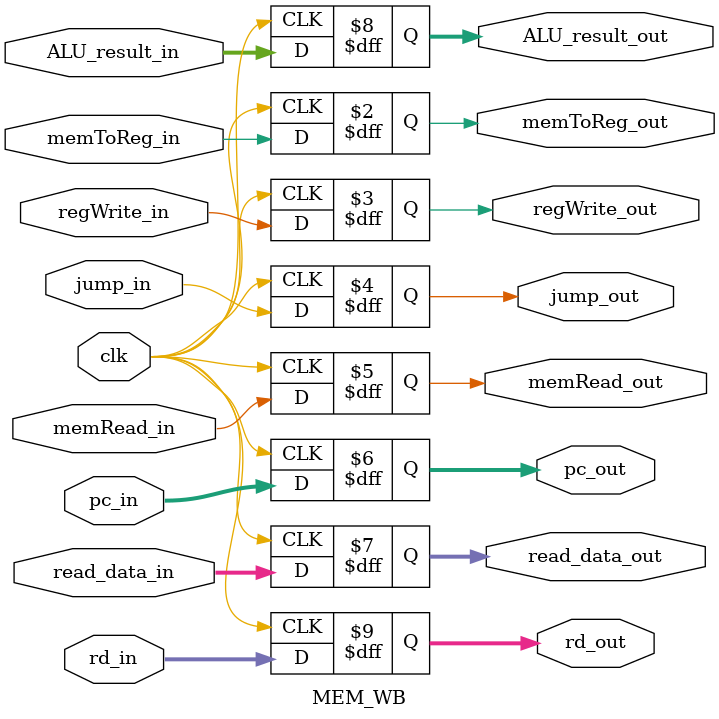
<source format=v>
`timescale 1ns / 1ps


module IF_ID(
    input clk,
    input write_en,
    input [31:0] pc_in,
    output reg [31:0] pc_out,
    input [31:0] instruction_in,
    output reg [31:0] instruction_out

);
    always @ (posedge clk) begin
        if (write_en) begin
            pc_out <= pc_in;
            instruction_out <= instruction_in;
        end
    end
endmodule : IF_ID

module ID_EX (
    input clk,
    /* Control Signals */
    input branch_in,
    input memRead_in,
    input memToReg_in,
    input [1:0] ALUop_in,
    input memWrite_in,
    input ALUsrc_in,
    input regWrite_in,
    input jump_in,
    input jump_return_in,

    output reg branch_out,
    output reg memRead_out,
    output reg memToReg_out,
    output reg [1:0] ALUop_out,
    output reg memWrite_out,
    output reg ALUsrc_out,
    output reg regWrite_out,
    output reg jump_out,
    output reg jump_return_out,
    /* Control Signals */
    
    input [31:0] pc_in,
    output reg [31:0] pc_out,
    input [31:0] read_data_1_in,
    output reg [31:0] read_data_1_out,
    input [31:0] read_data_2_in,
    output reg [31:0] read_data_2_out,
    input [31:0] immediate_in,
    output reg [31:0] immediate_out,
    input [3:0] funct3_in,
    output reg [3:0] funct3_out,
    input [4:0] rd_in,
    output reg [4:0] rd_out,
    input [4:0] rs1_in,
    output reg [4:0] rs1_out,
    input [4:0] rs2_in,
    output reg [4:0] rs2_out

);
    always @ (posedge clk) begin
        branch_out <= branch_in;
        memRead_out <= memRead_in;
        memToReg_out <= memToReg_in;
        ALUop_out <= ALUop_in;
        memWrite_out <= memWrite_in;
        ALUsrc_out <= ALUsrc_in;
        regWrite_out <= regWrite_in;
        jump_out <= jump_in;
        jump_return_out <= jump_return_in;

        pc_out <= pc_in;
        read_data_1_out <= read_data_1_in;
        read_data_2_out <= read_data_2_in;
        immediate_out <= immediate_in;
        funct3_out <= funct3_in;
        rd_out <= rd_in;
        rs1_out <= rs1_in;
        rs2_out <= rs2_in;
    end
endmodule : ID_EX

module EX_MEM (
    input clk,
    /* Control Signals */
    input branch_in,
    input memRead_in,
    input memToReg_in,
    input memWrite_in,
    input regWrite_in,
    input jump_in,
    input jump_return_in,

    output reg branch_out,
    output reg memRead_out,
    output reg memToReg_out,
    output reg memWrite_out,
    output reg regWrite_out,
    output reg jump_out,
    output reg jump_return_out, 
    /* Control Signals */
    
    input [31:0] pc_in,
    output reg [31:0] pc_out,
    input [31:0] branch_destination_in,
    output reg [31:0] branch_destination_out,
    input zero_in,
    output reg zero_out,
    input lt_zero_in,
    output reg lt_zero_out,
    input [1:0] bType_in,
    output reg [1:0] bType_out,
    input asByte_in,
    output reg asByte_out,
    input asUnsigned_in,
    output reg asUnsigned_out,
    input [31:0] ALU_result_in,
    output reg [31:0] ALU_result_out,
    input [31:0] read_data_2_in,
    output reg [31:0] read_data_2_out,
    input [4:0] rd_in,
    output reg [4:0] rd_out,
    input [4:0] rs2_in,
    output reg [4:0] rs2_out

);
    always @ (posedge clk) begin
        branch_out <= branch_in;
        memRead_out <= memRead_in;
        memToReg_out <= memToReg_in;
        memWrite_out <= memWrite_in;
        regWrite_out <= regWrite_in;
        jump_out <= jump_in;
        jump_return_out <= jump_return_in;
        rs2_out <= rs2_in;

        pc_out  <= pc_in;
        branch_destination_out <= branch_destination_in;
        zero_out <= zero_in;
        lt_zero_out <= lt_zero_in;
        bType_out <= bType_in;
        asByte_out <= asByte_in;
        asUnsigned_out <= asUnsigned_in;
        ALU_result_out <= ALU_result_in;
        read_data_2_out <= read_data_2_in;
        rd_out <= rd_in;
    end
endmodule : EX_MEM

module MEM_WB (
    input clk,
    /* Control Signals */
    input memToReg_in,
    input regWrite_in,
    input jump_in,
    input memRead_in,

    output reg memToReg_out,
    output reg regWrite_out,
    output reg jump_out,
    output reg memRead_out,
    /* Control Signals */
    
    input [31:0] pc_in,
    output reg [31:0] pc_out,
    input [31:0] read_data_in,
    output reg [31:0] read_data_out,
    input [31:0] ALU_result_in,
    output reg [31:0] ALU_result_out,
    input [4:0] rd_in,
    output reg [4:0] rd_out

);
    always @ (posedge clk) begin
            memToReg_out <= memToReg_in;
            regWrite_out <= regWrite_in;
            jump_out <= jump_in;
            memRead_out <= memRead_in;

            pc_out  <= pc_in;
            read_data_out <= read_data_in;
            ALU_result_out <= ALU_result_in;
            rd_out <= rd_in;
        end
endmodule : MEM_WB
</source>
